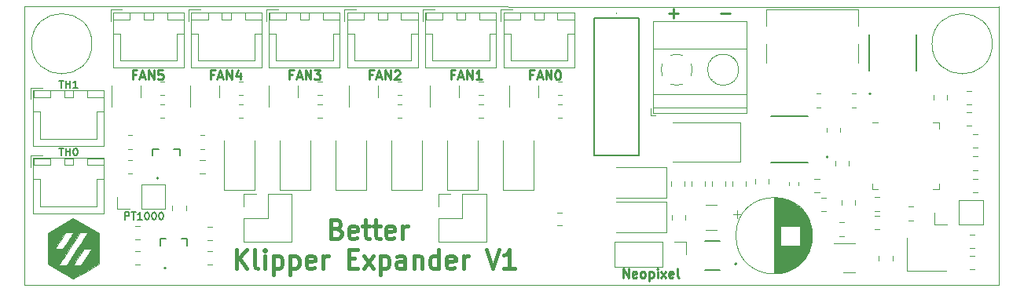
<source format=gbr>
%TF.GenerationSoftware,KiCad,Pcbnew,(6.0.6)*%
%TF.CreationDate,2022-10-10T20:15:19-05:00*%
%TF.ProjectId,better-klipper-expander,62657474-6572-42d6-9b6c-69707065722d,V1*%
%TF.SameCoordinates,Original*%
%TF.FileFunction,Legend,Top*%
%TF.FilePolarity,Positive*%
%FSLAX46Y46*%
G04 Gerber Fmt 4.6, Leading zero omitted, Abs format (unit mm)*
G04 Created by KiCad (PCBNEW (6.0.6)) date 2022-10-10 20:15:19*
%MOMM*%
%LPD*%
G01*
G04 APERTURE LIST*
%ADD10C,0.120000*%
%TA.AperFunction,Profile*%
%ADD11C,0.050000*%
%TD*%
%ADD12C,0.250000*%
%ADD13C,0.200000*%
%ADD14C,0.450000*%
%ADD15C,0.127000*%
%ADD16C,0.010000*%
%ADD17C,0.100000*%
G04 APERTURE END LIST*
D10*
X192300000Y-81495000D02*
G75*
G03*
X192300000Y-81495000I-3250000J0D01*
G01*
X95295000Y-81495000D02*
G75*
G03*
X95295000Y-81495000I-3250000J0D01*
G01*
D11*
X88045000Y-77495000D02*
X88045000Y-107495000D01*
X193045000Y-77500000D02*
X88045000Y-77495000D01*
X88045000Y-107495000D02*
X193045000Y-107495000D01*
X193045000Y-107495000D02*
X193045000Y-77495000D01*
D12*
X134314285Y-84828571D02*
X133980952Y-84828571D01*
X133980952Y-85352380D02*
X133980952Y-84352380D01*
X134457142Y-84352380D01*
X134790476Y-85066666D02*
X135266666Y-85066666D01*
X134695238Y-85352380D02*
X135028571Y-84352380D01*
X135361904Y-85352380D01*
X135695238Y-85352380D02*
X135695238Y-84352380D01*
X136266666Y-85352380D01*
X136266666Y-84352380D01*
X137266666Y-85352380D02*
X136695238Y-85352380D01*
X136980952Y-85352380D02*
X136980952Y-84352380D01*
X136885714Y-84495238D01*
X136790476Y-84590476D01*
X136695238Y-84638095D01*
X100014285Y-84828571D02*
X99680952Y-84828571D01*
X99680952Y-85352380D02*
X99680952Y-84352380D01*
X100157142Y-84352380D01*
X100490476Y-85066666D02*
X100966666Y-85066666D01*
X100395238Y-85352380D02*
X100728571Y-84352380D01*
X101061904Y-85352380D01*
X101395238Y-85352380D02*
X101395238Y-84352380D01*
X101966666Y-85352380D01*
X101966666Y-84352380D01*
X102919047Y-84352380D02*
X102442857Y-84352380D01*
X102395238Y-84828571D01*
X102442857Y-84780952D01*
X102538095Y-84733333D01*
X102776190Y-84733333D01*
X102871428Y-84780952D01*
X102919047Y-84828571D01*
X102966666Y-84923809D01*
X102966666Y-85161904D01*
X102919047Y-85257142D01*
X102871428Y-85304761D01*
X102776190Y-85352380D01*
X102538095Y-85352380D01*
X102442857Y-85304761D01*
X102395238Y-85257142D01*
X125514285Y-84828571D02*
X125180952Y-84828571D01*
X125180952Y-85352380D02*
X125180952Y-84352380D01*
X125657142Y-84352380D01*
X125990476Y-85066666D02*
X126466666Y-85066666D01*
X125895238Y-85352380D02*
X126228571Y-84352380D01*
X126561904Y-85352380D01*
X126895238Y-85352380D02*
X126895238Y-84352380D01*
X127466666Y-85352380D01*
X127466666Y-84352380D01*
X127895238Y-84447619D02*
X127942857Y-84400000D01*
X128038095Y-84352380D01*
X128276190Y-84352380D01*
X128371428Y-84400000D01*
X128419047Y-84447619D01*
X128466666Y-84542857D01*
X128466666Y-84638095D01*
X128419047Y-84780952D01*
X127847619Y-85352380D01*
X128466666Y-85352380D01*
X108414285Y-84828571D02*
X108080952Y-84828571D01*
X108080952Y-85352380D02*
X108080952Y-84352380D01*
X108557142Y-84352380D01*
X108890476Y-85066666D02*
X109366666Y-85066666D01*
X108795238Y-85352380D02*
X109128571Y-84352380D01*
X109461904Y-85352380D01*
X109795238Y-85352380D02*
X109795238Y-84352380D01*
X110366666Y-85352380D01*
X110366666Y-84352380D01*
X111271428Y-84685714D02*
X111271428Y-85352380D01*
X111033333Y-84304761D02*
X110795238Y-85019047D01*
X111414285Y-85019047D01*
D13*
X91766428Y-92761904D02*
X92223571Y-92761904D01*
X91995000Y-93561904D02*
X91995000Y-92761904D01*
X92490238Y-93561904D02*
X92490238Y-92761904D01*
X92490238Y-93142857D02*
X92947380Y-93142857D01*
X92947380Y-93561904D02*
X92947380Y-92761904D01*
X93480714Y-92761904D02*
X93556904Y-92761904D01*
X93633095Y-92800000D01*
X93671190Y-92838095D01*
X93709285Y-92914285D01*
X93747380Y-93066666D01*
X93747380Y-93257142D01*
X93709285Y-93409523D01*
X93671190Y-93485714D01*
X93633095Y-93523809D01*
X93556904Y-93561904D01*
X93480714Y-93561904D01*
X93404523Y-93523809D01*
X93366428Y-93485714D01*
X93328333Y-93409523D01*
X93290238Y-93257142D01*
X93290238Y-93066666D01*
X93328333Y-92914285D01*
X93366428Y-92838095D01*
X93404523Y-92800000D01*
X93480714Y-92761904D01*
D12*
X116914285Y-84828571D02*
X116580952Y-84828571D01*
X116580952Y-85352380D02*
X116580952Y-84352380D01*
X117057142Y-84352380D01*
X117390476Y-85066666D02*
X117866666Y-85066666D01*
X117295238Y-85352380D02*
X117628571Y-84352380D01*
X117961904Y-85352380D01*
X118295238Y-85352380D02*
X118295238Y-84352380D01*
X118866666Y-85352380D01*
X118866666Y-84352380D01*
X119247619Y-84352380D02*
X119866666Y-84352380D01*
X119533333Y-84733333D01*
X119676190Y-84733333D01*
X119771428Y-84780952D01*
X119819047Y-84828571D01*
X119866666Y-84923809D01*
X119866666Y-85161904D01*
X119819047Y-85257142D01*
X119771428Y-85304761D01*
X119676190Y-85352380D01*
X119390476Y-85352380D01*
X119295238Y-85304761D01*
X119247619Y-85257142D01*
X152522619Y-106752380D02*
X152522619Y-105752380D01*
X153094047Y-106752380D01*
X153094047Y-105752380D01*
X153951190Y-106704761D02*
X153855952Y-106752380D01*
X153665476Y-106752380D01*
X153570238Y-106704761D01*
X153522619Y-106609523D01*
X153522619Y-106228571D01*
X153570238Y-106133333D01*
X153665476Y-106085714D01*
X153855952Y-106085714D01*
X153951190Y-106133333D01*
X153998809Y-106228571D01*
X153998809Y-106323809D01*
X153522619Y-106419047D01*
X154570238Y-106752380D02*
X154475000Y-106704761D01*
X154427380Y-106657142D01*
X154379761Y-106561904D01*
X154379761Y-106276190D01*
X154427380Y-106180952D01*
X154475000Y-106133333D01*
X154570238Y-106085714D01*
X154713095Y-106085714D01*
X154808333Y-106133333D01*
X154855952Y-106180952D01*
X154903571Y-106276190D01*
X154903571Y-106561904D01*
X154855952Y-106657142D01*
X154808333Y-106704761D01*
X154713095Y-106752380D01*
X154570238Y-106752380D01*
X155332142Y-106085714D02*
X155332142Y-107085714D01*
X155332142Y-106133333D02*
X155427380Y-106085714D01*
X155617857Y-106085714D01*
X155713095Y-106133333D01*
X155760714Y-106180952D01*
X155808333Y-106276190D01*
X155808333Y-106561904D01*
X155760714Y-106657142D01*
X155713095Y-106704761D01*
X155617857Y-106752380D01*
X155427380Y-106752380D01*
X155332142Y-106704761D01*
X156236904Y-106752380D02*
X156236904Y-106085714D01*
X156236904Y-105752380D02*
X156189285Y-105800000D01*
X156236904Y-105847619D01*
X156284523Y-105800000D01*
X156236904Y-105752380D01*
X156236904Y-105847619D01*
X156617857Y-106752380D02*
X157141666Y-106085714D01*
X156617857Y-106085714D02*
X157141666Y-106752380D01*
X157903571Y-106704761D02*
X157808333Y-106752380D01*
X157617857Y-106752380D01*
X157522619Y-106704761D01*
X157475000Y-106609523D01*
X157475000Y-106228571D01*
X157522619Y-106133333D01*
X157617857Y-106085714D01*
X157808333Y-106085714D01*
X157903571Y-106133333D01*
X157951190Y-106228571D01*
X157951190Y-106323809D01*
X157475000Y-106419047D01*
X158522619Y-106752380D02*
X158427380Y-106704761D01*
X158379761Y-106609523D01*
X158379761Y-105752380D01*
D13*
X91766428Y-85461904D02*
X92223571Y-85461904D01*
X91995000Y-86261904D02*
X91995000Y-85461904D01*
X92490238Y-86261904D02*
X92490238Y-85461904D01*
X92490238Y-85842857D02*
X92947380Y-85842857D01*
X92947380Y-86261904D02*
X92947380Y-85461904D01*
X93747380Y-86261904D02*
X93290238Y-86261904D01*
X93518809Y-86261904D02*
X93518809Y-85461904D01*
X93442619Y-85576190D01*
X93366428Y-85652380D01*
X93290238Y-85690476D01*
X98861904Y-100461904D02*
X98861904Y-99661904D01*
X99166666Y-99661904D01*
X99242857Y-99700000D01*
X99280952Y-99738095D01*
X99319047Y-99814285D01*
X99319047Y-99928571D01*
X99280952Y-100004761D01*
X99242857Y-100042857D01*
X99166666Y-100080952D01*
X98861904Y-100080952D01*
X99547619Y-99661904D02*
X100004761Y-99661904D01*
X99776190Y-100461904D02*
X99776190Y-99661904D01*
X100690476Y-100461904D02*
X100233333Y-100461904D01*
X100461904Y-100461904D02*
X100461904Y-99661904D01*
X100385714Y-99776190D01*
X100309523Y-99852380D01*
X100233333Y-99890476D01*
X101185714Y-99661904D02*
X101261904Y-99661904D01*
X101338095Y-99700000D01*
X101376190Y-99738095D01*
X101414285Y-99814285D01*
X101452380Y-99966666D01*
X101452380Y-100157142D01*
X101414285Y-100309523D01*
X101376190Y-100385714D01*
X101338095Y-100423809D01*
X101261904Y-100461904D01*
X101185714Y-100461904D01*
X101109523Y-100423809D01*
X101071428Y-100385714D01*
X101033333Y-100309523D01*
X100995238Y-100157142D01*
X100995238Y-99966666D01*
X101033333Y-99814285D01*
X101071428Y-99738095D01*
X101109523Y-99700000D01*
X101185714Y-99661904D01*
X101947619Y-99661904D02*
X102023809Y-99661904D01*
X102100000Y-99700000D01*
X102138095Y-99738095D01*
X102176190Y-99814285D01*
X102214285Y-99966666D01*
X102214285Y-100157142D01*
X102176190Y-100309523D01*
X102138095Y-100385714D01*
X102100000Y-100423809D01*
X102023809Y-100461904D01*
X101947619Y-100461904D01*
X101871428Y-100423809D01*
X101833333Y-100385714D01*
X101795238Y-100309523D01*
X101757142Y-100157142D01*
X101757142Y-99966666D01*
X101795238Y-99814285D01*
X101833333Y-99738095D01*
X101871428Y-99700000D01*
X101947619Y-99661904D01*
X102709523Y-99661904D02*
X102785714Y-99661904D01*
X102861904Y-99700000D01*
X102900000Y-99738095D01*
X102938095Y-99814285D01*
X102976190Y-99966666D01*
X102976190Y-100157142D01*
X102938095Y-100309523D01*
X102900000Y-100385714D01*
X102861904Y-100423809D01*
X102785714Y-100461904D01*
X102709523Y-100461904D01*
X102633333Y-100423809D01*
X102595238Y-100385714D01*
X102557142Y-100309523D01*
X102519047Y-100157142D01*
X102519047Y-99966666D01*
X102557142Y-99814285D01*
X102595238Y-99738095D01*
X102633333Y-99700000D01*
X102709523Y-99661904D01*
D14*
X121704761Y-101447142D02*
X121990476Y-101542380D01*
X122085714Y-101637619D01*
X122180952Y-101828095D01*
X122180952Y-102113809D01*
X122085714Y-102304285D01*
X121990476Y-102399523D01*
X121800000Y-102494761D01*
X121038095Y-102494761D01*
X121038095Y-100494761D01*
X121704761Y-100494761D01*
X121895238Y-100590000D01*
X121990476Y-100685238D01*
X122085714Y-100875714D01*
X122085714Y-101066190D01*
X121990476Y-101256666D01*
X121895238Y-101351904D01*
X121704761Y-101447142D01*
X121038095Y-101447142D01*
X123800000Y-102399523D02*
X123609523Y-102494761D01*
X123228571Y-102494761D01*
X123038095Y-102399523D01*
X122942857Y-102209047D01*
X122942857Y-101447142D01*
X123038095Y-101256666D01*
X123228571Y-101161428D01*
X123609523Y-101161428D01*
X123800000Y-101256666D01*
X123895238Y-101447142D01*
X123895238Y-101637619D01*
X122942857Y-101828095D01*
X124466666Y-101161428D02*
X125228571Y-101161428D01*
X124752380Y-100494761D02*
X124752380Y-102209047D01*
X124847619Y-102399523D01*
X125038095Y-102494761D01*
X125228571Y-102494761D01*
X125609523Y-101161428D02*
X126371428Y-101161428D01*
X125895238Y-100494761D02*
X125895238Y-102209047D01*
X125990476Y-102399523D01*
X126180952Y-102494761D01*
X126371428Y-102494761D01*
X127800000Y-102399523D02*
X127609523Y-102494761D01*
X127228571Y-102494761D01*
X127038095Y-102399523D01*
X126942857Y-102209047D01*
X126942857Y-101447142D01*
X127038095Y-101256666D01*
X127228571Y-101161428D01*
X127609523Y-101161428D01*
X127800000Y-101256666D01*
X127895238Y-101447142D01*
X127895238Y-101637619D01*
X126942857Y-101828095D01*
X128752380Y-102494761D02*
X128752380Y-101161428D01*
X128752380Y-101542380D02*
X128847619Y-101351904D01*
X128942857Y-101256666D01*
X129133333Y-101161428D01*
X129323809Y-101161428D01*
X110847619Y-105714761D02*
X110847619Y-103714761D01*
X111990476Y-105714761D02*
X111133333Y-104571904D01*
X111990476Y-103714761D02*
X110847619Y-104857619D01*
X113133333Y-105714761D02*
X112942857Y-105619523D01*
X112847619Y-105429047D01*
X112847619Y-103714761D01*
X113895238Y-105714761D02*
X113895238Y-104381428D01*
X113895238Y-103714761D02*
X113800000Y-103810000D01*
X113895238Y-103905238D01*
X113990476Y-103810000D01*
X113895238Y-103714761D01*
X113895238Y-103905238D01*
X114847619Y-104381428D02*
X114847619Y-106381428D01*
X114847619Y-104476666D02*
X115038095Y-104381428D01*
X115419047Y-104381428D01*
X115609523Y-104476666D01*
X115704761Y-104571904D01*
X115800000Y-104762380D01*
X115800000Y-105333809D01*
X115704761Y-105524285D01*
X115609523Y-105619523D01*
X115419047Y-105714761D01*
X115038095Y-105714761D01*
X114847619Y-105619523D01*
X116657142Y-104381428D02*
X116657142Y-106381428D01*
X116657142Y-104476666D02*
X116847619Y-104381428D01*
X117228571Y-104381428D01*
X117419047Y-104476666D01*
X117514285Y-104571904D01*
X117609523Y-104762380D01*
X117609523Y-105333809D01*
X117514285Y-105524285D01*
X117419047Y-105619523D01*
X117228571Y-105714761D01*
X116847619Y-105714761D01*
X116657142Y-105619523D01*
X119228571Y-105619523D02*
X119038095Y-105714761D01*
X118657142Y-105714761D01*
X118466666Y-105619523D01*
X118371428Y-105429047D01*
X118371428Y-104667142D01*
X118466666Y-104476666D01*
X118657142Y-104381428D01*
X119038095Y-104381428D01*
X119228571Y-104476666D01*
X119323809Y-104667142D01*
X119323809Y-104857619D01*
X118371428Y-105048095D01*
X120180952Y-105714761D02*
X120180952Y-104381428D01*
X120180952Y-104762380D02*
X120276190Y-104571904D01*
X120371428Y-104476666D01*
X120561904Y-104381428D01*
X120752380Y-104381428D01*
X122942857Y-104667142D02*
X123609523Y-104667142D01*
X123895238Y-105714761D02*
X122942857Y-105714761D01*
X122942857Y-103714761D01*
X123895238Y-103714761D01*
X124561904Y-105714761D02*
X125609523Y-104381428D01*
X124561904Y-104381428D02*
X125609523Y-105714761D01*
X126371428Y-104381428D02*
X126371428Y-106381428D01*
X126371428Y-104476666D02*
X126561904Y-104381428D01*
X126942857Y-104381428D01*
X127133333Y-104476666D01*
X127228571Y-104571904D01*
X127323809Y-104762380D01*
X127323809Y-105333809D01*
X127228571Y-105524285D01*
X127133333Y-105619523D01*
X126942857Y-105714761D01*
X126561904Y-105714761D01*
X126371428Y-105619523D01*
X129038095Y-105714761D02*
X129038095Y-104667142D01*
X128942857Y-104476666D01*
X128752380Y-104381428D01*
X128371428Y-104381428D01*
X128180952Y-104476666D01*
X129038095Y-105619523D02*
X128847619Y-105714761D01*
X128371428Y-105714761D01*
X128180952Y-105619523D01*
X128085714Y-105429047D01*
X128085714Y-105238571D01*
X128180952Y-105048095D01*
X128371428Y-104952857D01*
X128847619Y-104952857D01*
X129038095Y-104857619D01*
X129990476Y-104381428D02*
X129990476Y-105714761D01*
X129990476Y-104571904D02*
X130085714Y-104476666D01*
X130276190Y-104381428D01*
X130561904Y-104381428D01*
X130752380Y-104476666D01*
X130847619Y-104667142D01*
X130847619Y-105714761D01*
X132657142Y-105714761D02*
X132657142Y-103714761D01*
X132657142Y-105619523D02*
X132466666Y-105714761D01*
X132085714Y-105714761D01*
X131895238Y-105619523D01*
X131800000Y-105524285D01*
X131704761Y-105333809D01*
X131704761Y-104762380D01*
X131800000Y-104571904D01*
X131895238Y-104476666D01*
X132085714Y-104381428D01*
X132466666Y-104381428D01*
X132657142Y-104476666D01*
X134371428Y-105619523D02*
X134180952Y-105714761D01*
X133800000Y-105714761D01*
X133609523Y-105619523D01*
X133514285Y-105429047D01*
X133514285Y-104667142D01*
X133609523Y-104476666D01*
X133800000Y-104381428D01*
X134180952Y-104381428D01*
X134371428Y-104476666D01*
X134466666Y-104667142D01*
X134466666Y-104857619D01*
X133514285Y-105048095D01*
X135323809Y-105714761D02*
X135323809Y-104381428D01*
X135323809Y-104762380D02*
X135419047Y-104571904D01*
X135514285Y-104476666D01*
X135704761Y-104381428D01*
X135895238Y-104381428D01*
X137800000Y-103714761D02*
X138466666Y-105714761D01*
X139133333Y-103714761D01*
X140847619Y-105714761D02*
X139704761Y-105714761D01*
X140276190Y-105714761D02*
X140276190Y-103714761D01*
X140085714Y-104000476D01*
X139895238Y-104190952D01*
X139704761Y-104286190D01*
D12*
X157464047Y-78187857D02*
X158454523Y-78187857D01*
X157959285Y-78683095D02*
X157959285Y-77692619D01*
X163035476Y-78187857D02*
X164025952Y-78187857D01*
X142814285Y-84828571D02*
X142480952Y-84828571D01*
X142480952Y-85352380D02*
X142480952Y-84352380D01*
X142957142Y-84352380D01*
X143290476Y-85066666D02*
X143766666Y-85066666D01*
X143195238Y-85352380D02*
X143528571Y-84352380D01*
X143861904Y-85352380D01*
X144195238Y-85352380D02*
X144195238Y-84352380D01*
X144766666Y-85352380D01*
X144766666Y-84352380D01*
X145433333Y-84352380D02*
X145528571Y-84352380D01*
X145623809Y-84400000D01*
X145671428Y-84447619D01*
X145719047Y-84542857D01*
X145766666Y-84733333D01*
X145766666Y-84971428D01*
X145719047Y-85161904D01*
X145671428Y-85257142D01*
X145623809Y-85304761D01*
X145528571Y-85352380D01*
X145433333Y-85352380D01*
X145338095Y-85304761D01*
X145290476Y-85257142D01*
X145242857Y-85161904D01*
X145195238Y-84971428D01*
X145195238Y-84733333D01*
X145242857Y-84542857D01*
X145290476Y-84447619D01*
X145338095Y-84400000D01*
X145433333Y-84352380D01*
D10*
%TO.C,R8*%
X145472936Y-89497500D02*
X145927064Y-89497500D01*
X145472936Y-88027500D02*
X145927064Y-88027500D01*
%TO.C,J8*%
X107800000Y-78875000D02*
X107800000Y-78125000D01*
X107800000Y-78125000D02*
X106000000Y-78125000D01*
X106000000Y-80375000D02*
X106750000Y-80375000D01*
X106750000Y-83325000D02*
X109800000Y-83325000D01*
X112850000Y-80375000D02*
X112850000Y-83325000D01*
X113610000Y-78115000D02*
X105990000Y-78115000D01*
X113600000Y-78875000D02*
X113600000Y-78125000D01*
X106000000Y-78875000D02*
X107800000Y-78875000D01*
X111800000Y-78875000D02*
X113600000Y-78875000D01*
X110300000Y-78875000D02*
X110300000Y-78125000D01*
X113610000Y-84085000D02*
X113610000Y-78115000D01*
X110300000Y-78125000D02*
X109300000Y-78125000D01*
X106000000Y-78125000D02*
X106000000Y-78875000D01*
X106750000Y-80375000D02*
X106750000Y-83325000D01*
X112850000Y-83325000D02*
X109800000Y-83325000D01*
X109300000Y-78875000D02*
X110300000Y-78875000D01*
X105990000Y-78115000D02*
X105990000Y-84085000D01*
X113600000Y-80375000D02*
X112850000Y-80375000D01*
X106950000Y-77825000D02*
X105700000Y-77825000D01*
X109300000Y-78125000D02*
X109300000Y-78875000D01*
X105990000Y-84085000D02*
X113610000Y-84085000D01*
X113600000Y-78125000D02*
X111800000Y-78125000D01*
X105700000Y-77825000D02*
X105700000Y-79075000D01*
X111800000Y-78125000D02*
X111800000Y-78875000D01*
%TO.C,D1*%
X157200000Y-98150000D02*
X157200000Y-94850000D01*
X157200000Y-98150000D02*
X151800000Y-98150000D01*
X157200000Y-94850000D02*
X151800000Y-94850000D01*
%TO.C,C1*%
X159135000Y-96338748D02*
X159135000Y-96861252D01*
X157665000Y-96338748D02*
X157665000Y-96861252D01*
%TO.C,D8*%
X121550000Y-97300000D02*
X121550000Y-91900000D01*
X121550000Y-97300000D02*
X124850000Y-97300000D01*
X124850000Y-97300000D02*
X124850000Y-91900000D01*
%TO.C,R12*%
X128222936Y-88027500D02*
X128677064Y-88027500D01*
X128222936Y-89497500D02*
X128677064Y-89497500D01*
%TO.C,R25*%
X99627064Y-92822500D02*
X99172936Y-92822500D01*
X99627064Y-91352500D02*
X99172936Y-91352500D01*
%TO.C,C23*%
X107461252Y-94052500D02*
X106938748Y-94052500D01*
X107461252Y-95522500D02*
X106938748Y-95522500D01*
%TO.C,C11*%
X190188748Y-95135000D02*
X190711252Y-95135000D01*
X190188748Y-93665000D02*
X190711252Y-93665000D01*
%TO.C,C18*%
X180161252Y-99535000D02*
X179638748Y-99535000D01*
X180161252Y-98065000D02*
X179638748Y-98065000D01*
%TO.C,U4*%
X185922500Y-89990000D02*
X186572500Y-89990000D01*
X186572500Y-89990000D02*
X186572500Y-90640000D01*
X179352500Y-97210000D02*
X179352500Y-96560000D01*
X186572500Y-97210000D02*
X186572500Y-96560000D01*
X185922500Y-97210000D02*
X186572500Y-97210000D01*
X180002500Y-89990000D02*
X179352500Y-89990000D01*
X180002500Y-97210000D02*
X179352500Y-97210000D01*
%TO.C,R14*%
X108239564Y-102685000D02*
X107785436Y-102685000D01*
X108239564Y-101215000D02*
X107785436Y-101215000D01*
D15*
%TO.C,U1*%
X179075000Y-84395000D02*
X179075000Y-80495000D01*
X184125000Y-84395000D02*
X184125000Y-80495000D01*
D13*
X179225000Y-86890000D02*
G75*
G03*
X179225000Y-86890000I-100000J0D01*
G01*
D10*
%TO.C,JP2*%
X100595000Y-99330000D02*
X103195000Y-99330000D01*
X100595000Y-96670000D02*
X103195000Y-96670000D01*
X103195000Y-99330000D02*
X103195000Y-96670000D01*
X100595000Y-99330000D02*
X100595000Y-96670000D01*
X97995000Y-99330000D02*
X97995000Y-98000000D01*
X99325000Y-99330000D02*
X97995000Y-99330000D01*
%TO.C,D9*%
X115550000Y-97300000D02*
X115550000Y-91900000D01*
X118850000Y-97300000D02*
X118850000Y-91900000D01*
X115550000Y-97300000D02*
X118850000Y-97300000D01*
%TO.C,R13*%
X128222936Y-87035000D02*
X128677064Y-87035000D01*
X128222936Y-85565000D02*
X128677064Y-85565000D01*
%TO.C,J5*%
X127100000Y-78125000D02*
X126100000Y-78125000D01*
X123550000Y-80375000D02*
X123550000Y-83325000D01*
X128600000Y-78125000D02*
X128600000Y-78875000D01*
X123550000Y-83325000D02*
X126600000Y-83325000D01*
X130410000Y-84085000D02*
X130410000Y-78115000D01*
X122800000Y-78125000D02*
X122800000Y-78875000D01*
X122800000Y-78875000D02*
X124600000Y-78875000D01*
X123750000Y-77825000D02*
X122500000Y-77825000D01*
X129650000Y-80375000D02*
X129650000Y-83325000D01*
X130400000Y-78125000D02*
X128600000Y-78125000D01*
X124600000Y-78125000D02*
X122800000Y-78125000D01*
X122500000Y-77825000D02*
X122500000Y-79075000D01*
X129650000Y-83325000D02*
X126600000Y-83325000D01*
X122800000Y-80375000D02*
X123550000Y-80375000D01*
X122790000Y-84085000D02*
X130410000Y-84085000D01*
X124600000Y-78875000D02*
X124600000Y-78125000D01*
X127100000Y-78875000D02*
X127100000Y-78125000D01*
X130410000Y-78115000D02*
X122790000Y-78115000D01*
X126100000Y-78125000D02*
X126100000Y-78875000D01*
X128600000Y-78875000D02*
X130400000Y-78875000D01*
X122790000Y-78115000D02*
X122790000Y-84085000D01*
X130400000Y-78875000D02*
X130400000Y-78125000D01*
X130400000Y-80375000D02*
X129650000Y-80375000D01*
X126100000Y-78875000D02*
X127100000Y-78875000D01*
%TO.C,C10*%
X190188748Y-92735000D02*
X190711252Y-92735000D01*
X190188748Y-91265000D02*
X190711252Y-91265000D01*
%TO.C,R4*%
X177172936Y-88335000D02*
X177627064Y-88335000D01*
X177172936Y-86865000D02*
X177627064Y-86865000D01*
%TO.C,R11*%
X136972936Y-85565000D02*
X137427064Y-85565000D01*
X136972936Y-87035000D02*
X137427064Y-87035000D01*
%TO.C,C9*%
X173138748Y-97535000D02*
X173661252Y-97535000D01*
X173138748Y-96065000D02*
X173661252Y-96065000D01*
%TO.C,D5*%
X139550000Y-97300000D02*
X139550000Y-91900000D01*
X142850000Y-97300000D02*
X142850000Y-91900000D01*
X139550000Y-97300000D02*
X142850000Y-97300000D01*
%TO.C,J9*%
X99400000Y-78875000D02*
X99400000Y-78125000D01*
X97600000Y-78125000D02*
X97600000Y-78875000D01*
X101900000Y-78125000D02*
X100900000Y-78125000D01*
X105200000Y-78875000D02*
X105200000Y-78125000D01*
X98350000Y-80375000D02*
X98350000Y-83325000D01*
X97300000Y-77825000D02*
X97300000Y-79075000D01*
X105210000Y-78115000D02*
X97590000Y-78115000D01*
X97590000Y-78115000D02*
X97590000Y-84085000D01*
X104450000Y-83325000D02*
X101400000Y-83325000D01*
X98350000Y-83325000D02*
X101400000Y-83325000D01*
X104450000Y-80375000D02*
X104450000Y-83325000D01*
X105200000Y-80375000D02*
X104450000Y-80375000D01*
X97600000Y-80375000D02*
X98350000Y-80375000D01*
X97600000Y-78875000D02*
X99400000Y-78875000D01*
X105200000Y-78125000D02*
X103400000Y-78125000D01*
X100900000Y-78125000D02*
X100900000Y-78875000D01*
X97590000Y-84085000D02*
X105210000Y-84085000D01*
X98550000Y-77825000D02*
X97300000Y-77825000D01*
X103400000Y-78875000D02*
X105200000Y-78875000D01*
X100900000Y-78875000D02*
X101900000Y-78875000D01*
X103400000Y-78125000D02*
X103400000Y-78875000D01*
X105210000Y-84085000D02*
X105210000Y-78115000D01*
X101900000Y-78875000D02*
X101900000Y-78125000D01*
X99400000Y-78125000D02*
X97600000Y-78125000D01*
%TO.C,R22*%
X102672936Y-89497500D02*
X103127064Y-89497500D01*
X102672936Y-88027500D02*
X103127064Y-88027500D01*
%TO.C,R17*%
X103965000Y-98972936D02*
X103965000Y-99427064D01*
X105435000Y-98972936D02*
X105435000Y-99427064D01*
%TO.C,C2*%
X161335000Y-96338748D02*
X161335000Y-96861252D01*
X159865000Y-96338748D02*
X159865000Y-96861252D01*
%TO.C,C16*%
X189538748Y-88865000D02*
X190061252Y-88865000D01*
X189538748Y-90335000D02*
X190061252Y-90335000D01*
D15*
%TO.C,D11*%
X104760000Y-93567500D02*
X104760000Y-92837500D01*
X102480000Y-92837500D02*
X101840000Y-92837500D01*
X101840000Y-92837500D02*
X101840000Y-93567500D01*
X104760000Y-92837500D02*
X104120000Y-92837500D01*
D13*
X102450000Y-95987500D02*
G75*
G03*
X102450000Y-95987500I-100000J0D01*
G01*
D10*
%TO.C,C20*%
X180161252Y-100065000D02*
X179638748Y-100065000D01*
X180161252Y-101535000D02*
X179638748Y-101535000D01*
%TO.C,R24*%
X107427064Y-91352500D02*
X106972936Y-91352500D01*
X107427064Y-92822500D02*
X106972936Y-92822500D01*
%TO.C,R26*%
X99172936Y-94052500D02*
X99627064Y-94052500D01*
X99172936Y-95522500D02*
X99627064Y-95522500D01*
%TO.C,J3*%
X141450000Y-78125000D02*
X139650000Y-78125000D01*
X139640000Y-78115000D02*
X139640000Y-84085000D01*
X145450000Y-78875000D02*
X147250000Y-78875000D01*
X142950000Y-78125000D02*
X142950000Y-78875000D01*
X147260000Y-84085000D02*
X147260000Y-78115000D01*
X145450000Y-78125000D02*
X145450000Y-78875000D01*
X143950000Y-78875000D02*
X143950000Y-78125000D01*
X139650000Y-78875000D02*
X141450000Y-78875000D01*
X140400000Y-83325000D02*
X143450000Y-83325000D01*
X139640000Y-84085000D02*
X147260000Y-84085000D01*
X140600000Y-77825000D02*
X139350000Y-77825000D01*
X147250000Y-80375000D02*
X146500000Y-80375000D01*
X142950000Y-78875000D02*
X143950000Y-78875000D01*
X146500000Y-80375000D02*
X146500000Y-83325000D01*
X139350000Y-77825000D02*
X139350000Y-79075000D01*
X139650000Y-80375000D02*
X140400000Y-80375000D01*
X147250000Y-78875000D02*
X147250000Y-78125000D01*
X140400000Y-80375000D02*
X140400000Y-83325000D01*
X143950000Y-78125000D02*
X142950000Y-78125000D01*
X139650000Y-78125000D02*
X139650000Y-78875000D01*
X147260000Y-78115000D02*
X139640000Y-78115000D01*
X147250000Y-78125000D02*
X145450000Y-78125000D01*
X146500000Y-83325000D02*
X143450000Y-83325000D01*
X141450000Y-78875000D02*
X141450000Y-78125000D01*
%TO.C,R18*%
X119622936Y-88027500D02*
X120077064Y-88027500D01*
X119622936Y-89497500D02*
X120077064Y-89497500D01*
%TO.C,J13*%
X114230000Y-97695000D02*
X116830000Y-97695000D01*
X111630000Y-97695000D02*
X112960000Y-97695000D01*
X111630000Y-99025000D02*
X111630000Y-97695000D01*
X111630000Y-100295000D02*
X114230000Y-100295000D01*
X111630000Y-102895000D02*
X116830000Y-102895000D01*
X116830000Y-97695000D02*
X116830000Y-102895000D01*
X114230000Y-100295000D02*
X114230000Y-97695000D01*
X111630000Y-100295000D02*
X111630000Y-102895000D01*
%TO.C,Q3*%
X122990000Y-86612500D02*
X122990000Y-85962500D01*
X126110000Y-86612500D02*
X126110000Y-87262500D01*
X126110000Y-86612500D02*
X126110000Y-85962500D01*
X122990000Y-86612500D02*
X122990000Y-88287500D01*
%TO.C,R3*%
X173372936Y-88335000D02*
X173827064Y-88335000D01*
X173372936Y-86865000D02*
X173827064Y-86865000D01*
%TO.C,Y1*%
X183100000Y-102450000D02*
X183100000Y-105950000D01*
X183100000Y-105950000D02*
X187300000Y-105950000D01*
%TO.C,F3*%
X145441422Y-101110000D02*
X145958578Y-101110000D01*
X145441422Y-99690000D02*
X145958578Y-99690000D01*
%TO.C,G\u002A\u002A\u002A*%
G36*
X90531400Y-101950150D02*
G01*
X93300000Y-100354552D01*
X96068600Y-101950150D01*
X96068600Y-105249849D01*
X94679308Y-106050524D01*
X94339339Y-106246185D01*
X94029012Y-106424267D01*
X93758882Y-106578754D01*
X93539505Y-106703630D01*
X93381439Y-106792877D01*
X93295239Y-106840478D01*
X93282308Y-106846770D01*
X93238181Y-106821166D01*
X93116791Y-106750713D01*
X92928745Y-106641566D01*
X92684649Y-106499881D01*
X92395109Y-106331815D01*
X92070731Y-106143525D01*
X91903000Y-106046162D01*
X90677648Y-105334876D01*
X91733666Y-105334876D01*
X91772441Y-105354402D01*
X91890479Y-105369187D01*
X92065467Y-105376891D01*
X92140066Y-105377479D01*
X92563400Y-105376959D01*
X92577821Y-105355076D01*
X93300000Y-105355076D01*
X93346850Y-105365563D01*
X93471616Y-105373500D01*
X93650623Y-105377596D01*
X93719100Y-105377886D01*
X94138200Y-105377772D01*
X94620800Y-104634043D01*
X94785838Y-104379678D01*
X94937963Y-104145166D01*
X95065863Y-103947951D01*
X95158223Y-103805476D01*
X95197288Y-103745156D01*
X95291177Y-103600000D01*
X94429093Y-103600000D01*
X93864546Y-104466076D01*
X93694034Y-104728735D01*
X93544186Y-104961619D01*
X93423286Y-105151683D01*
X93339618Y-105285882D01*
X93301465Y-105351172D01*
X93300000Y-105355076D01*
X92577821Y-105355076D01*
X93706400Y-103642603D01*
X93954036Y-103266432D01*
X94184037Y-102916255D01*
X94390420Y-102601238D01*
X94567202Y-102330551D01*
X94708399Y-102113361D01*
X94808029Y-101958837D01*
X94860108Y-101876148D01*
X94866333Y-101865123D01*
X94827558Y-101845597D01*
X94709520Y-101830812D01*
X94534532Y-101823108D01*
X94459933Y-101822520D01*
X94036600Y-101823040D01*
X92893600Y-103557396D01*
X92645963Y-103933567D01*
X92415962Y-104283744D01*
X92209579Y-104598761D01*
X92032797Y-104869448D01*
X91891600Y-105086638D01*
X91791970Y-105241162D01*
X91739891Y-105323851D01*
X91733666Y-105334876D01*
X90677648Y-105334876D01*
X90531400Y-105249983D01*
X90531400Y-103600000D01*
X91308822Y-103600000D01*
X92170906Y-103600000D01*
X92735453Y-102733923D01*
X92905965Y-102471264D01*
X93055813Y-102238380D01*
X93176713Y-102048316D01*
X93260381Y-101914117D01*
X93298534Y-101848827D01*
X93300000Y-101844923D01*
X93253149Y-101834436D01*
X93128383Y-101826499D01*
X92949376Y-101822403D01*
X92880900Y-101822113D01*
X92461800Y-101822227D01*
X91979200Y-102565956D01*
X91814161Y-102820321D01*
X91662036Y-103054833D01*
X91534136Y-103252048D01*
X91441776Y-103394523D01*
X91402711Y-103454843D01*
X91308822Y-103600000D01*
X90531400Y-103600000D01*
X90531400Y-101950150D01*
G37*
D16*
X90531400Y-101950150D02*
X93300000Y-100354552D01*
X96068600Y-101950150D01*
X96068600Y-105249849D01*
X94679308Y-106050524D01*
X94339339Y-106246185D01*
X94029012Y-106424267D01*
X93758882Y-106578754D01*
X93539505Y-106703630D01*
X93381439Y-106792877D01*
X93295239Y-106840478D01*
X93282308Y-106846770D01*
X93238181Y-106821166D01*
X93116791Y-106750713D01*
X92928745Y-106641566D01*
X92684649Y-106499881D01*
X92395109Y-106331815D01*
X92070731Y-106143525D01*
X91903000Y-106046162D01*
X90677648Y-105334876D01*
X91733666Y-105334876D01*
X91772441Y-105354402D01*
X91890479Y-105369187D01*
X92065467Y-105376891D01*
X92140066Y-105377479D01*
X92563400Y-105376959D01*
X92577821Y-105355076D01*
X93300000Y-105355076D01*
X93346850Y-105365563D01*
X93471616Y-105373500D01*
X93650623Y-105377596D01*
X93719100Y-105377886D01*
X94138200Y-105377772D01*
X94620800Y-104634043D01*
X94785838Y-104379678D01*
X94937963Y-104145166D01*
X95065863Y-103947951D01*
X95158223Y-103805476D01*
X95197288Y-103745156D01*
X95291177Y-103600000D01*
X94429093Y-103600000D01*
X93864546Y-104466076D01*
X93694034Y-104728735D01*
X93544186Y-104961619D01*
X93423286Y-105151683D01*
X93339618Y-105285882D01*
X93301465Y-105351172D01*
X93300000Y-105355076D01*
X92577821Y-105355076D01*
X93706400Y-103642603D01*
X93954036Y-103266432D01*
X94184037Y-102916255D01*
X94390420Y-102601238D01*
X94567202Y-102330551D01*
X94708399Y-102113361D01*
X94808029Y-101958837D01*
X94860108Y-101876148D01*
X94866333Y-101865123D01*
X94827558Y-101845597D01*
X94709520Y-101830812D01*
X94534532Y-101823108D01*
X94459933Y-101822520D01*
X94036600Y-101823040D01*
X92893600Y-103557396D01*
X92645963Y-103933567D01*
X92415962Y-104283744D01*
X92209579Y-104598761D01*
X92032797Y-104869448D01*
X91891600Y-105086638D01*
X91791970Y-105241162D01*
X91739891Y-105323851D01*
X91733666Y-105334876D01*
X90677648Y-105334876D01*
X90531400Y-105249983D01*
X90531400Y-103600000D01*
X91308822Y-103600000D01*
X92170906Y-103600000D01*
X92735453Y-102733923D01*
X92905965Y-102471264D01*
X93055813Y-102238380D01*
X93176713Y-102048316D01*
X93260381Y-101914117D01*
X93298534Y-101848827D01*
X93300000Y-101844923D01*
X93253149Y-101834436D01*
X93128383Y-101826499D01*
X92949376Y-101822403D01*
X92880900Y-101822113D01*
X92461800Y-101822227D01*
X91979200Y-102565956D01*
X91814161Y-102820321D01*
X91662036Y-103054833D01*
X91534136Y-103252048D01*
X91441776Y-103394523D01*
X91402711Y-103454843D01*
X91308822Y-103600000D01*
X90531400Y-103600000D01*
X90531400Y-101950150D01*
D10*
%TO.C,R16*%
X99985436Y-103865000D02*
X100439564Y-103865000D01*
X99985436Y-105335000D02*
X100439564Y-105335000D01*
%TO.C,F1*%
X170390000Y-96771267D02*
X170390000Y-96428733D01*
X171410000Y-96771267D02*
X171410000Y-96428733D01*
%TO.C,R2*%
X190339564Y-103535000D02*
X189885436Y-103535000D01*
X190339564Y-102065000D02*
X189885436Y-102065000D01*
%TO.C,J4*%
X138860000Y-78115000D02*
X131240000Y-78115000D01*
X138860000Y-84085000D02*
X138860000Y-78115000D01*
X131250000Y-80375000D02*
X132000000Y-80375000D01*
X131240000Y-78115000D02*
X131240000Y-84085000D01*
X137050000Y-78875000D02*
X138850000Y-78875000D01*
X132000000Y-80375000D02*
X132000000Y-83325000D01*
X135550000Y-78875000D02*
X135550000Y-78125000D01*
X131240000Y-84085000D02*
X138860000Y-84085000D01*
X132200000Y-77825000D02*
X130950000Y-77825000D01*
X133050000Y-78125000D02*
X131250000Y-78125000D01*
X138850000Y-78125000D02*
X137050000Y-78125000D01*
X131250000Y-78125000D02*
X131250000Y-78875000D01*
X130950000Y-77825000D02*
X130950000Y-79075000D01*
X137050000Y-78125000D02*
X137050000Y-78875000D01*
X138100000Y-83325000D02*
X135050000Y-83325000D01*
X138100000Y-80375000D02*
X138100000Y-83325000D01*
X131250000Y-78875000D02*
X133050000Y-78875000D01*
X134550000Y-78875000D02*
X135550000Y-78875000D01*
X138850000Y-80375000D02*
X138100000Y-80375000D01*
X133050000Y-78875000D02*
X133050000Y-78125000D01*
X135550000Y-78125000D02*
X134550000Y-78125000D01*
X132000000Y-83325000D02*
X135050000Y-83325000D01*
X138850000Y-78875000D02*
X138850000Y-78125000D01*
X134550000Y-78125000D02*
X134550000Y-78875000D01*
%TO.C,R20*%
X111122936Y-89497500D02*
X111577064Y-89497500D01*
X111122936Y-88027500D02*
X111577064Y-88027500D01*
%TO.C,C21*%
X183238748Y-99065000D02*
X183761252Y-99065000D01*
X183238748Y-100535000D02*
X183761252Y-100535000D01*
%TO.C,C6*%
X177535000Y-98861252D02*
X177535000Y-98338748D01*
X176065000Y-98861252D02*
X176065000Y-98338748D01*
%TO.C,C17*%
X157765000Y-100461252D02*
X157765000Y-99938748D01*
X159235000Y-100461252D02*
X159235000Y-99938748D01*
%TO.C,Q6*%
X100560000Y-86612500D02*
X100560000Y-87262500D01*
X97440000Y-86612500D02*
X97440000Y-88287500D01*
X97440000Y-86612500D02*
X97440000Y-85962500D01*
X100560000Y-86612500D02*
X100560000Y-85962500D01*
%TO.C,L2*%
X173841422Y-99510000D02*
X174358578Y-99510000D01*
X173841422Y-98090000D02*
X174358578Y-98090000D01*
%TO.C,C4*%
X190373752Y-104365000D02*
X189851248Y-104365000D01*
X190373752Y-105835000D02*
X189851248Y-105835000D01*
%TO.C,U2*%
X176900000Y-106160000D02*
X176250000Y-106160000D01*
X176900000Y-106160000D02*
X177550000Y-106160000D01*
X176900000Y-103040000D02*
X177550000Y-103040000D01*
X176900000Y-103040000D02*
X175225000Y-103040000D01*
%TO.C,C5*%
X165735000Y-96338748D02*
X165735000Y-96861252D01*
X164265000Y-96338748D02*
X164265000Y-96861252D01*
%TO.C,C14*%
X185965000Y-87038748D02*
X185965000Y-87561252D01*
X187435000Y-87038748D02*
X187435000Y-87561252D01*
%TO.C,J6*%
X92295000Y-94595000D02*
X93295000Y-94595000D01*
X95845000Y-96095000D02*
X95845000Y-99045000D01*
X90795000Y-94595000D02*
X90795000Y-93845000D01*
X94795000Y-94595000D02*
X96595000Y-94595000D01*
X88995000Y-94595000D02*
X90795000Y-94595000D01*
X96605000Y-93835000D02*
X88985000Y-93835000D01*
X96595000Y-96095000D02*
X95845000Y-96095000D01*
X96595000Y-93845000D02*
X94795000Y-93845000D01*
X89945000Y-93545000D02*
X88695000Y-93545000D01*
X93295000Y-93845000D02*
X92295000Y-93845000D01*
X89745000Y-99045000D02*
X92795000Y-99045000D01*
X94795000Y-93845000D02*
X94795000Y-94595000D01*
X88985000Y-93835000D02*
X88985000Y-99805000D01*
X95845000Y-99045000D02*
X92795000Y-99045000D01*
X96605000Y-99805000D02*
X96605000Y-93835000D01*
X88695000Y-93545000D02*
X88695000Y-94795000D01*
X93295000Y-94595000D02*
X93295000Y-93845000D01*
X88995000Y-96095000D02*
X89745000Y-96095000D01*
X89745000Y-96095000D02*
X89745000Y-99045000D01*
X88995000Y-93845000D02*
X88995000Y-94595000D01*
X92295000Y-93845000D02*
X92295000Y-94595000D01*
X96595000Y-94595000D02*
X96595000Y-93845000D01*
X88985000Y-99805000D02*
X96605000Y-99805000D01*
X90795000Y-93845000D02*
X88995000Y-93845000D01*
%TO.C,Q5*%
X105890000Y-86612500D02*
X105890000Y-88287500D01*
X109010000Y-86612500D02*
X109010000Y-85962500D01*
X109010000Y-86612500D02*
X109010000Y-87262500D01*
X105890000Y-86612500D02*
X105890000Y-85962500D01*
%TO.C,J1*%
X155740000Y-81994000D02*
X165860000Y-81994000D01*
X155500000Y-88455000D02*
X155500000Y-89195000D01*
X162266000Y-85534000D02*
X162231000Y-85569000D01*
X155740000Y-86895000D02*
X165860000Y-86895000D01*
X165860000Y-79034000D02*
X165860000Y-88955000D01*
X164575000Y-83226000D02*
X164528000Y-83272000D01*
X155740000Y-88395000D02*
X165860000Y-88395000D01*
X164370000Y-83020000D02*
X164335000Y-83056000D01*
X162073000Y-85318000D02*
X162026000Y-85364000D01*
X155500000Y-89195000D02*
X156000000Y-89195000D01*
X155740000Y-88955000D02*
X165860000Y-88955000D01*
X155740000Y-79034000D02*
X155740000Y-88955000D01*
X155740000Y-79034000D02*
X165860000Y-79034000D01*
X156765000Y-83611000D02*
G75*
G03*
X156764573Y-84978042I1534993J-684001D01*
G01*
X157616000Y-85830000D02*
G75*
G03*
X158328805Y-85975253I683999J1535001D01*
G01*
X158300000Y-85975000D02*
G75*
G03*
X158983318Y-85829756I0J1680000D01*
G01*
X159835001Y-84979000D02*
G75*
G03*
X159835427Y-83611958I-1535001J684000D01*
G01*
X158984000Y-82760000D02*
G75*
G03*
X157616958Y-82759573I-684001J-1534993D01*
G01*
X164980000Y-84295000D02*
G75*
G03*
X164980000Y-84295000I-1680000J0D01*
G01*
%TO.C,J11*%
X137795000Y-97695000D02*
X137795000Y-102895000D01*
X132595000Y-100295000D02*
X132595000Y-102895000D01*
X132595000Y-102895000D02*
X137795000Y-102895000D01*
X135195000Y-100295000D02*
X135195000Y-97695000D01*
X132595000Y-100295000D02*
X135195000Y-100295000D01*
X132595000Y-97695000D02*
X133925000Y-97695000D01*
X132595000Y-99025000D02*
X132595000Y-97695000D01*
X135195000Y-97695000D02*
X137795000Y-97695000D01*
%TO.C,C13*%
X166765000Y-96561252D02*
X166765000Y-96038748D01*
X168235000Y-96561252D02*
X168235000Y-96038748D01*
%TO.C,R5*%
X189572936Y-86565000D02*
X190027064Y-86565000D01*
X189572936Y-88035000D02*
X190027064Y-88035000D01*
%TO.C,J7*%
X121250000Y-80375000D02*
X121250000Y-83325000D01*
X115150000Y-83325000D02*
X118200000Y-83325000D01*
X116200000Y-78125000D02*
X114400000Y-78125000D01*
X114400000Y-78875000D02*
X116200000Y-78875000D01*
X122010000Y-84085000D02*
X122010000Y-78115000D01*
X115350000Y-77825000D02*
X114100000Y-77825000D01*
X122000000Y-80375000D02*
X121250000Y-80375000D01*
X115150000Y-80375000D02*
X115150000Y-83325000D01*
X114390000Y-84085000D02*
X122010000Y-84085000D01*
X118700000Y-78875000D02*
X118700000Y-78125000D01*
X116200000Y-78875000D02*
X116200000Y-78125000D01*
X121250000Y-83325000D02*
X118200000Y-83325000D01*
X114100000Y-77825000D02*
X114100000Y-79075000D01*
X117700000Y-78875000D02*
X118700000Y-78875000D01*
X114390000Y-78115000D02*
X114390000Y-84085000D01*
X114400000Y-80375000D02*
X115150000Y-80375000D01*
X120200000Y-78875000D02*
X122000000Y-78875000D01*
X122000000Y-78875000D02*
X122000000Y-78125000D01*
X114400000Y-78125000D02*
X114400000Y-78875000D01*
X122000000Y-78125000D02*
X120200000Y-78125000D01*
X118700000Y-78125000D02*
X117700000Y-78125000D01*
X122010000Y-78115000D02*
X114390000Y-78115000D01*
X117700000Y-78125000D02*
X117700000Y-78875000D01*
X120200000Y-78125000D02*
X120200000Y-78875000D01*
D15*
%TO.C,U3*%
X172390000Y-89275000D02*
X168490000Y-89275000D01*
X172390000Y-94325000D02*
X168490000Y-94325000D01*
D13*
X174610000Y-93705000D02*
G75*
G03*
X174610000Y-93705000I-100000J0D01*
G01*
D10*
%TO.C,R7*%
X176835000Y-94172936D02*
X176835000Y-94627064D01*
X175365000Y-94172936D02*
X175365000Y-94627064D01*
%TO.C,R10*%
X136972936Y-88027500D02*
X137427064Y-88027500D01*
X136972936Y-89497500D02*
X137427064Y-89497500D01*
%TO.C,C12*%
X190188748Y-96065000D02*
X190711252Y-96065000D01*
X190188748Y-97535000D02*
X190711252Y-97535000D01*
%TO.C,J12*%
X159330000Y-102870000D02*
X159330000Y-104200000D01*
X156730000Y-105530000D02*
X151590000Y-105530000D01*
X156730000Y-102870000D02*
X156730000Y-105530000D01*
X158000000Y-102870000D02*
X159330000Y-102870000D01*
X156730000Y-102870000D02*
X151590000Y-102870000D01*
X151590000Y-102870000D02*
X151590000Y-105530000D01*
%TO.C,R15*%
X100439564Y-102635000D02*
X99985436Y-102635000D01*
X100439564Y-101165000D02*
X99985436Y-101165000D01*
%TO.C,C7*%
X181535000Y-104861252D02*
X181535000Y-104338748D01*
X180065000Y-104861252D02*
X180065000Y-104338748D01*
%TO.C,Q1*%
X143360000Y-86612500D02*
X143360000Y-85962500D01*
X140240000Y-86612500D02*
X140240000Y-88287500D01*
X143360000Y-86612500D02*
X143360000Y-87262500D01*
X140240000Y-86612500D02*
X140240000Y-85962500D01*
%TO.C,D10*%
X109550000Y-97300000D02*
X112850000Y-97300000D01*
X109550000Y-97300000D02*
X109550000Y-91900000D01*
X112850000Y-97300000D02*
X112850000Y-91900000D01*
%TO.C,L1*%
X162602064Y-98840000D02*
X161397936Y-98840000D01*
X162602064Y-101560000D02*
X161397936Y-101560000D01*
%TO.C,R23*%
X102672936Y-85565000D02*
X103127064Y-85565000D01*
X102672936Y-87035000D02*
X103127064Y-87035000D01*
%TO.C,C8*%
X176361252Y-100765000D02*
X175838748Y-100765000D01*
X176361252Y-102235000D02*
X175838748Y-102235000D01*
%TO.C,J10*%
X96595000Y-88775000D02*
X95845000Y-88775000D01*
X96605000Y-86515000D02*
X88985000Y-86515000D01*
X96595000Y-86525000D02*
X94795000Y-86525000D01*
X90795000Y-87275000D02*
X90795000Y-86525000D01*
X88695000Y-86225000D02*
X88695000Y-87475000D01*
X96605000Y-92485000D02*
X96605000Y-86515000D01*
X95845000Y-88775000D02*
X95845000Y-91725000D01*
X90795000Y-86525000D02*
X88995000Y-86525000D01*
X88995000Y-86525000D02*
X88995000Y-87275000D01*
X93295000Y-86525000D02*
X92295000Y-86525000D01*
X96595000Y-87275000D02*
X96595000Y-86525000D01*
X93295000Y-87275000D02*
X93295000Y-86525000D01*
X88985000Y-86515000D02*
X88985000Y-92485000D01*
X89945000Y-86225000D02*
X88695000Y-86225000D01*
X88985000Y-92485000D02*
X96605000Y-92485000D01*
X92295000Y-87275000D02*
X93295000Y-87275000D01*
X92295000Y-86525000D02*
X92295000Y-87275000D01*
X89745000Y-91725000D02*
X92795000Y-91725000D01*
X95845000Y-91725000D02*
X92795000Y-91725000D01*
X88995000Y-88775000D02*
X89745000Y-88775000D01*
X88995000Y-87275000D02*
X90795000Y-87275000D01*
X89745000Y-88775000D02*
X89745000Y-91725000D01*
X94795000Y-86525000D02*
X94795000Y-87275000D01*
X94795000Y-87275000D02*
X96595000Y-87275000D01*
%TO.C,C3*%
X162065000Y-96338748D02*
X162065000Y-96861252D01*
X163535000Y-96338748D02*
X163535000Y-96861252D01*
%TO.C,JP1*%
X188695000Y-101030000D02*
X191295000Y-101030000D01*
X187425000Y-101030000D02*
X186095000Y-101030000D01*
X188695000Y-101030000D02*
X188695000Y-98370000D01*
X186095000Y-101030000D02*
X186095000Y-99700000D01*
X191295000Y-101030000D02*
X191295000Y-98370000D01*
X188695000Y-98370000D02*
X191295000Y-98370000D01*
D15*
%TO.C,U5*%
X162957500Y-102740000D02*
X161357500Y-102740000D01*
X161357500Y-105860000D02*
X162957500Y-105860000D01*
D13*
X164757500Y-105250000D02*
G75*
G03*
X164757500Y-105250000I-100000J0D01*
G01*
D10*
%TO.C,C22*%
X108273752Y-105335000D02*
X107751248Y-105335000D01*
X108273752Y-103865000D02*
X107751248Y-103865000D01*
D15*
%TO.C,D4*%
X102652500Y-102550000D02*
X102652500Y-103280000D01*
X105572500Y-102550000D02*
X104932500Y-102550000D01*
X103292500Y-102550000D02*
X102652500Y-102550000D01*
X105572500Y-103280000D02*
X105572500Y-102550000D01*
D13*
X103262500Y-105700000D02*
G75*
G03*
X103262500Y-105700000I-100000J0D01*
G01*
D10*
%TO.C,C19*%
X170758349Y-98616000D02*
X170758349Y-101160000D01*
X169878349Y-98264000D02*
X169878349Y-101160000D01*
X172198349Y-99913000D02*
X172198349Y-104487000D01*
X172158349Y-99855000D02*
X172158349Y-104545000D01*
X170878349Y-103240000D02*
X170878349Y-105717000D01*
X168797349Y-98120000D02*
X168797349Y-106280000D01*
X169477349Y-98176000D02*
X169477349Y-106224000D01*
X169518349Y-98183000D02*
X169518349Y-101160000D01*
X172438349Y-100310000D02*
X172438349Y-104090000D01*
X171918349Y-99549000D02*
X171918349Y-104851000D01*
X171438349Y-103240000D02*
X171438349Y-105324000D01*
X170838349Y-103240000D02*
X170838349Y-105740000D01*
X168877349Y-98120000D02*
X168877349Y-106280000D01*
X170238349Y-98379000D02*
X170238349Y-101160000D01*
X171278349Y-103240000D02*
X171278349Y-105450000D01*
X170438349Y-103240000D02*
X170438349Y-105940000D01*
X169077349Y-98129000D02*
X169077349Y-106271000D01*
X171678349Y-99293000D02*
X171678349Y-105107000D01*
X169678349Y-103240000D02*
X169678349Y-106185000D01*
X171598349Y-99217000D02*
X171598349Y-105183000D01*
X171038349Y-103240000D02*
X171038349Y-105618000D01*
X170398349Y-98443000D02*
X170398349Y-101160000D01*
X170758349Y-103240000D02*
X170758349Y-105784000D01*
X171358349Y-99011000D02*
X171358349Y-101160000D01*
X169437349Y-98170000D02*
X169437349Y-106230000D01*
X169277349Y-98148000D02*
X169277349Y-106252000D01*
X172038349Y-99695000D02*
X172038349Y-104705000D01*
X169878349Y-103240000D02*
X169878349Y-106136000D01*
X171038349Y-98782000D02*
X171038349Y-101160000D01*
X170478349Y-103240000D02*
X170478349Y-105922000D01*
X169518349Y-103240000D02*
X169518349Y-106217000D01*
X170078349Y-98323000D02*
X170078349Y-101160000D01*
X169638349Y-103240000D02*
X169638349Y-106194000D01*
X169558349Y-98190000D02*
X169558349Y-101160000D01*
X172278349Y-100034000D02*
X172278349Y-104366000D01*
X170638349Y-103240000D02*
X170638349Y-105847000D01*
X170318349Y-103240000D02*
X170318349Y-105990000D01*
X170878349Y-98683000D02*
X170878349Y-101160000D01*
X170718349Y-98594000D02*
X170718349Y-101160000D01*
X169678349Y-98215000D02*
X169678349Y-101160000D01*
X171278349Y-98950000D02*
X171278349Y-101160000D01*
X171558349Y-103240000D02*
X171558349Y-105219000D01*
X169558349Y-103240000D02*
X169558349Y-106210000D01*
X170598349Y-103240000D02*
X170598349Y-105866000D01*
X172678349Y-100854000D02*
X172678349Y-103546000D01*
X169317349Y-98152000D02*
X169317349Y-106248000D01*
X169998349Y-98298000D02*
X169998349Y-101160000D01*
X172398349Y-100236000D02*
X172398349Y-104164000D01*
X171518349Y-103240000D02*
X171518349Y-105255000D01*
X169357349Y-98158000D02*
X169357349Y-106242000D01*
X169798349Y-103240000D02*
X169798349Y-106157000D01*
X171198349Y-103240000D02*
X171198349Y-105509000D01*
X171238349Y-103240000D02*
X171238349Y-105480000D01*
X168997349Y-98124000D02*
X168997349Y-106276000D01*
X171438349Y-99076000D02*
X171438349Y-101160000D01*
X170358349Y-103240000D02*
X170358349Y-105974000D01*
X164787651Y-99485000D02*
X164787651Y-100285000D01*
X171118349Y-98835000D02*
X171118349Y-101160000D01*
X172118349Y-99800000D02*
X172118349Y-104600000D01*
X170558349Y-103240000D02*
X170558349Y-105886000D01*
X171638349Y-99255000D02*
X171638349Y-105145000D01*
X170118349Y-98337000D02*
X170118349Y-101160000D01*
X170678349Y-98573000D02*
X170678349Y-101160000D01*
X171718349Y-99333000D02*
X171718349Y-105067000D01*
X170678349Y-103240000D02*
X170678349Y-105827000D01*
X169237349Y-98143000D02*
X169237349Y-106257000D01*
X171998349Y-99644000D02*
X171998349Y-104756000D01*
X169598349Y-98198000D02*
X169598349Y-101160000D01*
X169157349Y-98135000D02*
X169157349Y-106265000D01*
X170558349Y-98514000D02*
X170558349Y-101160000D01*
X170078349Y-103240000D02*
X170078349Y-106077000D01*
X170638349Y-98553000D02*
X170638349Y-101160000D01*
X170158349Y-103240000D02*
X170158349Y-106050000D01*
X170598349Y-98534000D02*
X170598349Y-101160000D01*
X172478349Y-100387000D02*
X172478349Y-104013000D01*
X170478349Y-98478000D02*
X170478349Y-101160000D01*
X170838349Y-98660000D02*
X170838349Y-101160000D01*
X169798349Y-98243000D02*
X169798349Y-101160000D01*
X168917349Y-98121000D02*
X168917349Y-106279000D01*
X169598349Y-103240000D02*
X169598349Y-106202000D01*
X171078349Y-103240000D02*
X171078349Y-105592000D01*
X170238349Y-103240000D02*
X170238349Y-106021000D01*
X169838349Y-98253000D02*
X169838349Y-101160000D01*
X169117349Y-98132000D02*
X169117349Y-106268000D01*
X170358349Y-98426000D02*
X170358349Y-101160000D01*
X171398349Y-99044000D02*
X171398349Y-101160000D01*
X172878349Y-101667000D02*
X172878349Y-102733000D01*
X170198349Y-98365000D02*
X170198349Y-101160000D01*
X169397349Y-98163000D02*
X169397349Y-106237000D01*
X172318349Y-100098000D02*
X172318349Y-104302000D01*
X169918349Y-103240000D02*
X169918349Y-106125000D01*
X170198349Y-103240000D02*
X170198349Y-106035000D01*
X171358349Y-103240000D02*
X171358349Y-105389000D01*
X170718349Y-103240000D02*
X170718349Y-105806000D01*
X169958349Y-103240000D02*
X169958349Y-106114000D01*
X171318349Y-103240000D02*
X171318349Y-105420000D01*
X170998349Y-98756000D02*
X170998349Y-101160000D01*
X170118349Y-103240000D02*
X170118349Y-106063000D01*
X170958349Y-98731000D02*
X170958349Y-101160000D01*
X170038349Y-98311000D02*
X170038349Y-101160000D01*
X172758349Y-101102000D02*
X172758349Y-103298000D01*
X168957349Y-98123000D02*
X168957349Y-106277000D01*
X170278349Y-98395000D02*
X170278349Y-101160000D01*
X171958349Y-99596000D02*
X171958349Y-104804000D01*
X171118349Y-103240000D02*
X171118349Y-105565000D01*
X170918349Y-98707000D02*
X170918349Y-101160000D01*
X169758349Y-103240000D02*
X169758349Y-106167000D01*
X170278349Y-103240000D02*
X170278349Y-106005000D01*
X169998349Y-103240000D02*
X169998349Y-106102000D01*
X169197349Y-98139000D02*
X169197349Y-106261000D01*
X171198349Y-98891000D02*
X171198349Y-101160000D01*
X172558349Y-100555000D02*
X172558349Y-103845000D01*
X172638349Y-100747000D02*
X172638349Y-103653000D01*
X169758349Y-98233000D02*
X169758349Y-101160000D01*
X168837349Y-98120000D02*
X168837349Y-106280000D01*
X169037349Y-98126000D02*
X169037349Y-106274000D01*
X170438349Y-98460000D02*
X170438349Y-101160000D01*
X169718349Y-103240000D02*
X169718349Y-106176000D01*
X169838349Y-103240000D02*
X169838349Y-106147000D01*
X172798349Y-101252000D02*
X172798349Y-103148000D01*
X170158349Y-98350000D02*
X170158349Y-101160000D01*
X172838349Y-101432000D02*
X172838349Y-102968000D01*
X171238349Y-98920000D02*
X171238349Y-101160000D01*
X171398349Y-103240000D02*
X171398349Y-105356000D01*
X169718349Y-98224000D02*
X169718349Y-101160000D01*
X170958349Y-103240000D02*
X170958349Y-105669000D01*
X172598349Y-100648000D02*
X172598349Y-103752000D01*
X170398349Y-103240000D02*
X170398349Y-105957000D01*
X170518349Y-98496000D02*
X170518349Y-101160000D01*
X171158349Y-98862000D02*
X171158349Y-101160000D01*
X171158349Y-103240000D02*
X171158349Y-105538000D01*
X170798349Y-98638000D02*
X170798349Y-101160000D01*
X171478349Y-103240000D02*
X171478349Y-105290000D01*
X172718349Y-100971000D02*
X172718349Y-103429000D01*
X164387651Y-99885000D02*
X165187651Y-99885000D01*
X171878349Y-99503000D02*
X171878349Y-104897000D01*
X170918349Y-103240000D02*
X170918349Y-105693000D01*
X171838349Y-99459000D02*
X171838349Y-104941000D01*
X172238349Y-99972000D02*
X172238349Y-104428000D01*
X171798349Y-99416000D02*
X171798349Y-104984000D01*
X169918349Y-98275000D02*
X169918349Y-101160000D01*
X171558349Y-99181000D02*
X171558349Y-101160000D01*
X172518349Y-100469000D02*
X172518349Y-103931000D01*
X172078349Y-99746000D02*
X172078349Y-104654000D01*
X170038349Y-103240000D02*
X170038349Y-106089000D01*
X171478349Y-99110000D02*
X171478349Y-101160000D01*
X172358349Y-100166000D02*
X172358349Y-104234000D01*
X170518349Y-103240000D02*
X170518349Y-105904000D01*
X169638349Y-98206000D02*
X169638349Y-101160000D01*
X171518349Y-99145000D02*
X171518349Y-101160000D01*
X171318349Y-98980000D02*
X171318349Y-101160000D01*
X171758349Y-99374000D02*
X171758349Y-105026000D01*
X170998349Y-103240000D02*
X170998349Y-105644000D01*
X171078349Y-98808000D02*
X171078349Y-101160000D01*
X170798349Y-103240000D02*
X170798349Y-105762000D01*
X169958349Y-98286000D02*
X169958349Y-101160000D01*
X170318349Y-98410000D02*
X170318349Y-101160000D01*
X172917349Y-102200000D02*
G75*
G03*
X172917349Y-102200000I-4120000J0D01*
G01*
%TO.C,D6*%
X133550000Y-97300000D02*
X136850000Y-97300000D01*
X136850000Y-97300000D02*
X136850000Y-91900000D01*
X133550000Y-97300000D02*
X133550000Y-91900000D01*
%TO.C,D2*%
X165145000Y-94245000D02*
X157845000Y-94245000D01*
X165145000Y-94245000D02*
X165145000Y-89945000D01*
X165145000Y-89945000D02*
X157845000Y-89945000D01*
%TO.C,Q4*%
X114390000Y-86612500D02*
X114390000Y-85962500D01*
X117510000Y-86612500D02*
X117510000Y-87262500D01*
X114390000Y-86612500D02*
X114390000Y-88287500D01*
X117510000Y-86612500D02*
X117510000Y-85962500D01*
%TO.C,R19*%
X119622936Y-87035000D02*
X120077064Y-87035000D01*
X119622936Y-85565000D02*
X120077064Y-85565000D01*
%TO.C,D7*%
X130850000Y-97300000D02*
X130850000Y-91900000D01*
X127550000Y-97300000D02*
X127550000Y-91900000D01*
X127550000Y-97300000D02*
X130850000Y-97300000D01*
%TO.C,D3*%
X157200000Y-98550000D02*
X151800000Y-98550000D01*
X157200000Y-101850000D02*
X151800000Y-101850000D01*
X157200000Y-101850000D02*
X157200000Y-98550000D01*
%TO.C,R9*%
X145472936Y-87035000D02*
X145927064Y-87035000D01*
X145472936Y-85565000D02*
X145927064Y-85565000D01*
%TO.C,R6*%
X175935000Y-91027064D02*
X175935000Y-90572936D01*
X174465000Y-91027064D02*
X174465000Y-90572936D01*
%TO.C,J2*%
X177814900Y-79548426D02*
X177814900Y-77812200D01*
X177814900Y-77812200D02*
X167985100Y-77812200D01*
X167985100Y-81513174D02*
X167985100Y-83576026D01*
X177814900Y-83576026D02*
X177814900Y-81513174D01*
X167985100Y-77812200D02*
X167985100Y-79548426D01*
D17*
%TO.C,F2*%
X151800000Y-78150000D02*
X151800000Y-78150000D01*
D13*
X149400000Y-93500000D02*
X149400000Y-78700000D01*
X149400000Y-78700000D02*
X154200000Y-78700000D01*
D17*
X151800000Y-78250000D02*
X151800000Y-78250000D01*
D13*
X154200000Y-78700000D02*
X154200000Y-93500000D01*
X154200000Y-93500000D02*
X149400000Y-93500000D01*
D17*
X151800000Y-78250000D02*
G75*
G03*
X151800000Y-78150000I0J50000D01*
G01*
X151800000Y-78150000D02*
G75*
G03*
X151800000Y-78250000I0J-50000D01*
G01*
D10*
%TO.C,R21*%
X111122936Y-85565000D02*
X111577064Y-85565000D01*
X111122936Y-87035000D02*
X111577064Y-87035000D01*
%TO.C,Q2*%
X134860000Y-86612500D02*
X134860000Y-85962500D01*
X131740000Y-86612500D02*
X131740000Y-88287500D01*
X131740000Y-86612500D02*
X131740000Y-85962500D01*
X134860000Y-86612500D02*
X134860000Y-87262500D01*
%TD*%
M02*

</source>
